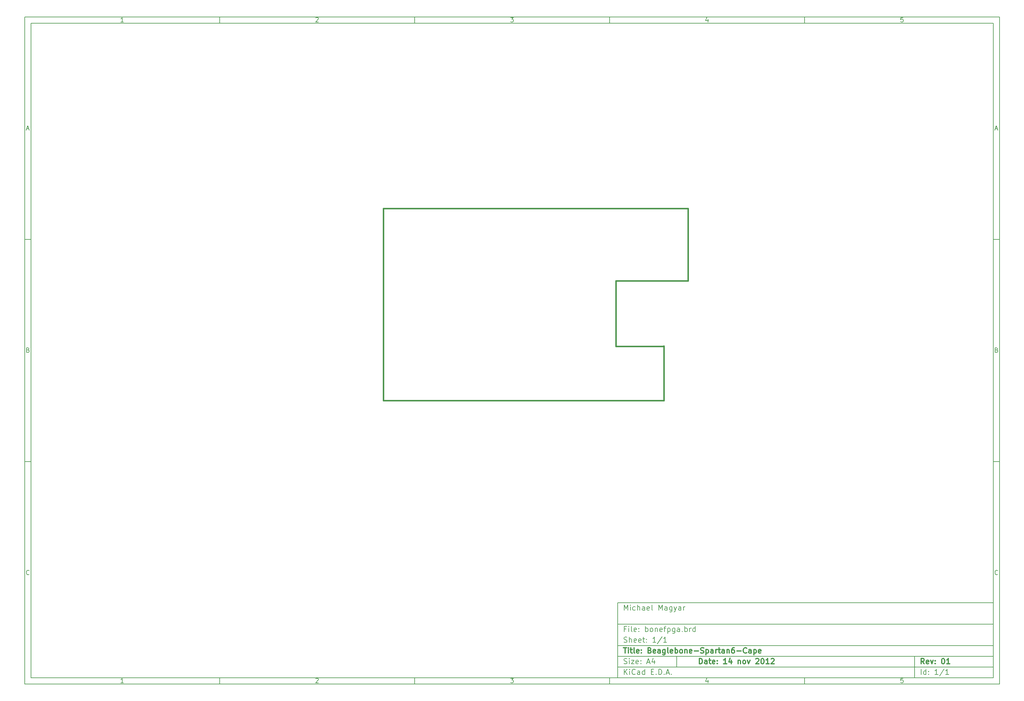
<source format=gbr>
G04 (created by PCBNEW-RS274X (2012-jan-04)-stable) date Tue Nov 13 20:46:58 2012*
G01*
G70*
G90*
%MOIN*%
G04 Gerber Fmt 3.4, Leading zero omitted, Abs format*
%FSLAX34Y34*%
G04 APERTURE LIST*
%ADD10C,0.006000*%
%ADD11C,0.012000*%
%ADD12C,0.015000*%
G04 APERTURE END LIST*
G54D10*
X04000Y-04000D02*
X113000Y-04000D01*
X113000Y-78670D01*
X04000Y-78670D01*
X04000Y-04000D01*
X04700Y-04700D02*
X112300Y-04700D01*
X112300Y-77970D01*
X04700Y-77970D01*
X04700Y-04700D01*
X25800Y-04000D02*
X25800Y-04700D01*
X15043Y-04552D02*
X14757Y-04552D01*
X14900Y-04552D02*
X14900Y-04052D01*
X14852Y-04124D01*
X14805Y-04171D01*
X14757Y-04195D01*
X25800Y-78670D02*
X25800Y-77970D01*
X15043Y-78522D02*
X14757Y-78522D01*
X14900Y-78522D02*
X14900Y-78022D01*
X14852Y-78094D01*
X14805Y-78141D01*
X14757Y-78165D01*
X47600Y-04000D02*
X47600Y-04700D01*
X36557Y-04100D02*
X36581Y-04076D01*
X36629Y-04052D01*
X36748Y-04052D01*
X36795Y-04076D01*
X36819Y-04100D01*
X36843Y-04148D01*
X36843Y-04195D01*
X36819Y-04267D01*
X36533Y-04552D01*
X36843Y-04552D01*
X47600Y-78670D02*
X47600Y-77970D01*
X36557Y-78070D02*
X36581Y-78046D01*
X36629Y-78022D01*
X36748Y-78022D01*
X36795Y-78046D01*
X36819Y-78070D01*
X36843Y-78118D01*
X36843Y-78165D01*
X36819Y-78237D01*
X36533Y-78522D01*
X36843Y-78522D01*
X69400Y-04000D02*
X69400Y-04700D01*
X58333Y-04052D02*
X58643Y-04052D01*
X58476Y-04243D01*
X58548Y-04243D01*
X58595Y-04267D01*
X58619Y-04290D01*
X58643Y-04338D01*
X58643Y-04457D01*
X58619Y-04505D01*
X58595Y-04529D01*
X58548Y-04552D01*
X58405Y-04552D01*
X58357Y-04529D01*
X58333Y-04505D01*
X69400Y-78670D02*
X69400Y-77970D01*
X58333Y-78022D02*
X58643Y-78022D01*
X58476Y-78213D01*
X58548Y-78213D01*
X58595Y-78237D01*
X58619Y-78260D01*
X58643Y-78308D01*
X58643Y-78427D01*
X58619Y-78475D01*
X58595Y-78499D01*
X58548Y-78522D01*
X58405Y-78522D01*
X58357Y-78499D01*
X58333Y-78475D01*
X91200Y-04000D02*
X91200Y-04700D01*
X80395Y-04219D02*
X80395Y-04552D01*
X80276Y-04029D02*
X80157Y-04386D01*
X80467Y-04386D01*
X91200Y-78670D02*
X91200Y-77970D01*
X80395Y-78189D02*
X80395Y-78522D01*
X80276Y-77999D02*
X80157Y-78356D01*
X80467Y-78356D01*
X102219Y-04052D02*
X101981Y-04052D01*
X101957Y-04290D01*
X101981Y-04267D01*
X102029Y-04243D01*
X102148Y-04243D01*
X102195Y-04267D01*
X102219Y-04290D01*
X102243Y-04338D01*
X102243Y-04457D01*
X102219Y-04505D01*
X102195Y-04529D01*
X102148Y-04552D01*
X102029Y-04552D01*
X101981Y-04529D01*
X101957Y-04505D01*
X102219Y-78022D02*
X101981Y-78022D01*
X101957Y-78260D01*
X101981Y-78237D01*
X102029Y-78213D01*
X102148Y-78213D01*
X102195Y-78237D01*
X102219Y-78260D01*
X102243Y-78308D01*
X102243Y-78427D01*
X102219Y-78475D01*
X102195Y-78499D01*
X102148Y-78522D01*
X102029Y-78522D01*
X101981Y-78499D01*
X101957Y-78475D01*
X04000Y-28890D02*
X04700Y-28890D01*
X04231Y-16510D02*
X04469Y-16510D01*
X04184Y-16652D02*
X04350Y-16152D01*
X04517Y-16652D01*
X113000Y-28890D02*
X112300Y-28890D01*
X112531Y-16510D02*
X112769Y-16510D01*
X112484Y-16652D02*
X112650Y-16152D01*
X112817Y-16652D01*
X04000Y-53780D02*
X04700Y-53780D01*
X04386Y-41280D02*
X04457Y-41304D01*
X04481Y-41328D01*
X04505Y-41376D01*
X04505Y-41447D01*
X04481Y-41495D01*
X04457Y-41519D01*
X04410Y-41542D01*
X04219Y-41542D01*
X04219Y-41042D01*
X04386Y-41042D01*
X04433Y-41066D01*
X04457Y-41090D01*
X04481Y-41138D01*
X04481Y-41185D01*
X04457Y-41233D01*
X04433Y-41257D01*
X04386Y-41280D01*
X04219Y-41280D01*
X113000Y-53780D02*
X112300Y-53780D01*
X112686Y-41280D02*
X112757Y-41304D01*
X112781Y-41328D01*
X112805Y-41376D01*
X112805Y-41447D01*
X112781Y-41495D01*
X112757Y-41519D01*
X112710Y-41542D01*
X112519Y-41542D01*
X112519Y-41042D01*
X112686Y-41042D01*
X112733Y-41066D01*
X112757Y-41090D01*
X112781Y-41138D01*
X112781Y-41185D01*
X112757Y-41233D01*
X112733Y-41257D01*
X112686Y-41280D01*
X112519Y-41280D01*
X04505Y-66385D02*
X04481Y-66409D01*
X04410Y-66432D01*
X04362Y-66432D01*
X04290Y-66409D01*
X04243Y-66361D01*
X04219Y-66313D01*
X04195Y-66218D01*
X04195Y-66147D01*
X04219Y-66051D01*
X04243Y-66004D01*
X04290Y-65956D01*
X04362Y-65932D01*
X04410Y-65932D01*
X04481Y-65956D01*
X04505Y-65980D01*
X112805Y-66385D02*
X112781Y-66409D01*
X112710Y-66432D01*
X112662Y-66432D01*
X112590Y-66409D01*
X112543Y-66361D01*
X112519Y-66313D01*
X112495Y-66218D01*
X112495Y-66147D01*
X112519Y-66051D01*
X112543Y-66004D01*
X112590Y-65956D01*
X112662Y-65932D01*
X112710Y-65932D01*
X112781Y-65956D01*
X112805Y-65980D01*
G54D11*
X79443Y-76413D02*
X79443Y-75813D01*
X79586Y-75813D01*
X79671Y-75841D01*
X79729Y-75899D01*
X79757Y-75956D01*
X79786Y-76070D01*
X79786Y-76156D01*
X79757Y-76270D01*
X79729Y-76327D01*
X79671Y-76384D01*
X79586Y-76413D01*
X79443Y-76413D01*
X80300Y-76413D02*
X80300Y-76099D01*
X80271Y-76041D01*
X80214Y-76013D01*
X80100Y-76013D01*
X80043Y-76041D01*
X80300Y-76384D02*
X80243Y-76413D01*
X80100Y-76413D01*
X80043Y-76384D01*
X80014Y-76327D01*
X80014Y-76270D01*
X80043Y-76213D01*
X80100Y-76184D01*
X80243Y-76184D01*
X80300Y-76156D01*
X80500Y-76013D02*
X80729Y-76013D01*
X80586Y-75813D02*
X80586Y-76327D01*
X80614Y-76384D01*
X80672Y-76413D01*
X80729Y-76413D01*
X81157Y-76384D02*
X81100Y-76413D01*
X80986Y-76413D01*
X80929Y-76384D01*
X80900Y-76327D01*
X80900Y-76099D01*
X80929Y-76041D01*
X80986Y-76013D01*
X81100Y-76013D01*
X81157Y-76041D01*
X81186Y-76099D01*
X81186Y-76156D01*
X80900Y-76213D01*
X81443Y-76356D02*
X81471Y-76384D01*
X81443Y-76413D01*
X81414Y-76384D01*
X81443Y-76356D01*
X81443Y-76413D01*
X81443Y-76041D02*
X81471Y-76070D01*
X81443Y-76099D01*
X81414Y-76070D01*
X81443Y-76041D01*
X81443Y-76099D01*
X82500Y-76413D02*
X82157Y-76413D01*
X82329Y-76413D02*
X82329Y-75813D01*
X82272Y-75899D01*
X82214Y-75956D01*
X82157Y-75984D01*
X83014Y-76013D02*
X83014Y-76413D01*
X82871Y-75784D02*
X82728Y-76213D01*
X83100Y-76213D01*
X83785Y-76013D02*
X83785Y-76413D01*
X83785Y-76070D02*
X83813Y-76041D01*
X83871Y-76013D01*
X83956Y-76013D01*
X84013Y-76041D01*
X84042Y-76099D01*
X84042Y-76413D01*
X84414Y-76413D02*
X84356Y-76384D01*
X84328Y-76356D01*
X84299Y-76299D01*
X84299Y-76127D01*
X84328Y-76070D01*
X84356Y-76041D01*
X84414Y-76013D01*
X84499Y-76013D01*
X84556Y-76041D01*
X84585Y-76070D01*
X84614Y-76127D01*
X84614Y-76299D01*
X84585Y-76356D01*
X84556Y-76384D01*
X84499Y-76413D01*
X84414Y-76413D01*
X84814Y-76013D02*
X84957Y-76413D01*
X85099Y-76013D01*
X85756Y-75870D02*
X85785Y-75841D01*
X85842Y-75813D01*
X85985Y-75813D01*
X86042Y-75841D01*
X86071Y-75870D01*
X86099Y-75927D01*
X86099Y-75984D01*
X86071Y-76070D01*
X85728Y-76413D01*
X86099Y-76413D01*
X86470Y-75813D02*
X86527Y-75813D01*
X86584Y-75841D01*
X86613Y-75870D01*
X86642Y-75927D01*
X86670Y-76041D01*
X86670Y-76184D01*
X86642Y-76299D01*
X86613Y-76356D01*
X86584Y-76384D01*
X86527Y-76413D01*
X86470Y-76413D01*
X86413Y-76384D01*
X86384Y-76356D01*
X86356Y-76299D01*
X86327Y-76184D01*
X86327Y-76041D01*
X86356Y-75927D01*
X86384Y-75870D01*
X86413Y-75841D01*
X86470Y-75813D01*
X87241Y-76413D02*
X86898Y-76413D01*
X87070Y-76413D02*
X87070Y-75813D01*
X87013Y-75899D01*
X86955Y-75956D01*
X86898Y-75984D01*
X87469Y-75870D02*
X87498Y-75841D01*
X87555Y-75813D01*
X87698Y-75813D01*
X87755Y-75841D01*
X87784Y-75870D01*
X87812Y-75927D01*
X87812Y-75984D01*
X87784Y-76070D01*
X87441Y-76413D01*
X87812Y-76413D01*
G54D10*
X71043Y-77613D02*
X71043Y-77013D01*
X71386Y-77613D02*
X71129Y-77270D01*
X71386Y-77013D02*
X71043Y-77356D01*
X71643Y-77613D02*
X71643Y-77213D01*
X71643Y-77013D02*
X71614Y-77041D01*
X71643Y-77070D01*
X71671Y-77041D01*
X71643Y-77013D01*
X71643Y-77070D01*
X72272Y-77556D02*
X72243Y-77584D01*
X72157Y-77613D01*
X72100Y-77613D01*
X72015Y-77584D01*
X71957Y-77527D01*
X71929Y-77470D01*
X71900Y-77356D01*
X71900Y-77270D01*
X71929Y-77156D01*
X71957Y-77099D01*
X72015Y-77041D01*
X72100Y-77013D01*
X72157Y-77013D01*
X72243Y-77041D01*
X72272Y-77070D01*
X72786Y-77613D02*
X72786Y-77299D01*
X72757Y-77241D01*
X72700Y-77213D01*
X72586Y-77213D01*
X72529Y-77241D01*
X72786Y-77584D02*
X72729Y-77613D01*
X72586Y-77613D01*
X72529Y-77584D01*
X72500Y-77527D01*
X72500Y-77470D01*
X72529Y-77413D01*
X72586Y-77384D01*
X72729Y-77384D01*
X72786Y-77356D01*
X73329Y-77613D02*
X73329Y-77013D01*
X73329Y-77584D02*
X73272Y-77613D01*
X73158Y-77613D01*
X73100Y-77584D01*
X73072Y-77556D01*
X73043Y-77499D01*
X73043Y-77327D01*
X73072Y-77270D01*
X73100Y-77241D01*
X73158Y-77213D01*
X73272Y-77213D01*
X73329Y-77241D01*
X74072Y-77299D02*
X74272Y-77299D01*
X74358Y-77613D02*
X74072Y-77613D01*
X74072Y-77013D01*
X74358Y-77013D01*
X74615Y-77556D02*
X74643Y-77584D01*
X74615Y-77613D01*
X74586Y-77584D01*
X74615Y-77556D01*
X74615Y-77613D01*
X74901Y-77613D02*
X74901Y-77013D01*
X75044Y-77013D01*
X75129Y-77041D01*
X75187Y-77099D01*
X75215Y-77156D01*
X75244Y-77270D01*
X75244Y-77356D01*
X75215Y-77470D01*
X75187Y-77527D01*
X75129Y-77584D01*
X75044Y-77613D01*
X74901Y-77613D01*
X75501Y-77556D02*
X75529Y-77584D01*
X75501Y-77613D01*
X75472Y-77584D01*
X75501Y-77556D01*
X75501Y-77613D01*
X75758Y-77441D02*
X76044Y-77441D01*
X75701Y-77613D02*
X75901Y-77013D01*
X76101Y-77613D01*
X76301Y-77556D02*
X76329Y-77584D01*
X76301Y-77613D01*
X76272Y-77584D01*
X76301Y-77556D01*
X76301Y-77613D01*
G54D11*
X104586Y-76413D02*
X104386Y-76127D01*
X104243Y-76413D02*
X104243Y-75813D01*
X104471Y-75813D01*
X104529Y-75841D01*
X104557Y-75870D01*
X104586Y-75927D01*
X104586Y-76013D01*
X104557Y-76070D01*
X104529Y-76099D01*
X104471Y-76127D01*
X104243Y-76127D01*
X105071Y-76384D02*
X105014Y-76413D01*
X104900Y-76413D01*
X104843Y-76384D01*
X104814Y-76327D01*
X104814Y-76099D01*
X104843Y-76041D01*
X104900Y-76013D01*
X105014Y-76013D01*
X105071Y-76041D01*
X105100Y-76099D01*
X105100Y-76156D01*
X104814Y-76213D01*
X105300Y-76013D02*
X105443Y-76413D01*
X105585Y-76013D01*
X105814Y-76356D02*
X105842Y-76384D01*
X105814Y-76413D01*
X105785Y-76384D01*
X105814Y-76356D01*
X105814Y-76413D01*
X105814Y-76041D02*
X105842Y-76070D01*
X105814Y-76099D01*
X105785Y-76070D01*
X105814Y-76041D01*
X105814Y-76099D01*
X106671Y-75813D02*
X106728Y-75813D01*
X106785Y-75841D01*
X106814Y-75870D01*
X106843Y-75927D01*
X106871Y-76041D01*
X106871Y-76184D01*
X106843Y-76299D01*
X106814Y-76356D01*
X106785Y-76384D01*
X106728Y-76413D01*
X106671Y-76413D01*
X106614Y-76384D01*
X106585Y-76356D01*
X106557Y-76299D01*
X106528Y-76184D01*
X106528Y-76041D01*
X106557Y-75927D01*
X106585Y-75870D01*
X106614Y-75841D01*
X106671Y-75813D01*
X107442Y-76413D02*
X107099Y-76413D01*
X107271Y-76413D02*
X107271Y-75813D01*
X107214Y-75899D01*
X107156Y-75956D01*
X107099Y-75984D01*
G54D10*
X71014Y-76384D02*
X71100Y-76413D01*
X71243Y-76413D01*
X71300Y-76384D01*
X71329Y-76356D01*
X71357Y-76299D01*
X71357Y-76241D01*
X71329Y-76184D01*
X71300Y-76156D01*
X71243Y-76127D01*
X71129Y-76099D01*
X71071Y-76070D01*
X71043Y-76041D01*
X71014Y-75984D01*
X71014Y-75927D01*
X71043Y-75870D01*
X71071Y-75841D01*
X71129Y-75813D01*
X71271Y-75813D01*
X71357Y-75841D01*
X71614Y-76413D02*
X71614Y-76013D01*
X71614Y-75813D02*
X71585Y-75841D01*
X71614Y-75870D01*
X71642Y-75841D01*
X71614Y-75813D01*
X71614Y-75870D01*
X71843Y-76013D02*
X72157Y-76013D01*
X71843Y-76413D01*
X72157Y-76413D01*
X72614Y-76384D02*
X72557Y-76413D01*
X72443Y-76413D01*
X72386Y-76384D01*
X72357Y-76327D01*
X72357Y-76099D01*
X72386Y-76041D01*
X72443Y-76013D01*
X72557Y-76013D01*
X72614Y-76041D01*
X72643Y-76099D01*
X72643Y-76156D01*
X72357Y-76213D01*
X72900Y-76356D02*
X72928Y-76384D01*
X72900Y-76413D01*
X72871Y-76384D01*
X72900Y-76356D01*
X72900Y-76413D01*
X72900Y-76041D02*
X72928Y-76070D01*
X72900Y-76099D01*
X72871Y-76070D01*
X72900Y-76041D01*
X72900Y-76099D01*
X73614Y-76241D02*
X73900Y-76241D01*
X73557Y-76413D02*
X73757Y-75813D01*
X73957Y-76413D01*
X74414Y-76013D02*
X74414Y-76413D01*
X74271Y-75784D02*
X74128Y-76213D01*
X74500Y-76213D01*
X104243Y-77613D02*
X104243Y-77013D01*
X104786Y-77613D02*
X104786Y-77013D01*
X104786Y-77584D02*
X104729Y-77613D01*
X104615Y-77613D01*
X104557Y-77584D01*
X104529Y-77556D01*
X104500Y-77499D01*
X104500Y-77327D01*
X104529Y-77270D01*
X104557Y-77241D01*
X104615Y-77213D01*
X104729Y-77213D01*
X104786Y-77241D01*
X105072Y-77556D02*
X105100Y-77584D01*
X105072Y-77613D01*
X105043Y-77584D01*
X105072Y-77556D01*
X105072Y-77613D01*
X105072Y-77241D02*
X105100Y-77270D01*
X105072Y-77299D01*
X105043Y-77270D01*
X105072Y-77241D01*
X105072Y-77299D01*
X106129Y-77613D02*
X105786Y-77613D01*
X105958Y-77613D02*
X105958Y-77013D01*
X105901Y-77099D01*
X105843Y-77156D01*
X105786Y-77184D01*
X106814Y-76984D02*
X106300Y-77756D01*
X107329Y-77613D02*
X106986Y-77613D01*
X107158Y-77613D02*
X107158Y-77013D01*
X107101Y-77099D01*
X107043Y-77156D01*
X106986Y-77184D01*
G54D11*
X70957Y-74613D02*
X71300Y-74613D01*
X71129Y-75213D02*
X71129Y-74613D01*
X71500Y-75213D02*
X71500Y-74813D01*
X71500Y-74613D02*
X71471Y-74641D01*
X71500Y-74670D01*
X71528Y-74641D01*
X71500Y-74613D01*
X71500Y-74670D01*
X71700Y-74813D02*
X71929Y-74813D01*
X71786Y-74613D02*
X71786Y-75127D01*
X71814Y-75184D01*
X71872Y-75213D01*
X71929Y-75213D01*
X72215Y-75213D02*
X72157Y-75184D01*
X72129Y-75127D01*
X72129Y-74613D01*
X72671Y-75184D02*
X72614Y-75213D01*
X72500Y-75213D01*
X72443Y-75184D01*
X72414Y-75127D01*
X72414Y-74899D01*
X72443Y-74841D01*
X72500Y-74813D01*
X72614Y-74813D01*
X72671Y-74841D01*
X72700Y-74899D01*
X72700Y-74956D01*
X72414Y-75013D01*
X72957Y-75156D02*
X72985Y-75184D01*
X72957Y-75213D01*
X72928Y-75184D01*
X72957Y-75156D01*
X72957Y-75213D01*
X72957Y-74841D02*
X72985Y-74870D01*
X72957Y-74899D01*
X72928Y-74870D01*
X72957Y-74841D01*
X72957Y-74899D01*
X73900Y-74899D02*
X73986Y-74927D01*
X74014Y-74956D01*
X74043Y-75013D01*
X74043Y-75099D01*
X74014Y-75156D01*
X73986Y-75184D01*
X73928Y-75213D01*
X73700Y-75213D01*
X73700Y-74613D01*
X73900Y-74613D01*
X73957Y-74641D01*
X73986Y-74670D01*
X74014Y-74727D01*
X74014Y-74784D01*
X73986Y-74841D01*
X73957Y-74870D01*
X73900Y-74899D01*
X73700Y-74899D01*
X74528Y-75184D02*
X74471Y-75213D01*
X74357Y-75213D01*
X74300Y-75184D01*
X74271Y-75127D01*
X74271Y-74899D01*
X74300Y-74841D01*
X74357Y-74813D01*
X74471Y-74813D01*
X74528Y-74841D01*
X74557Y-74899D01*
X74557Y-74956D01*
X74271Y-75013D01*
X75071Y-75213D02*
X75071Y-74899D01*
X75042Y-74841D01*
X74985Y-74813D01*
X74871Y-74813D01*
X74814Y-74841D01*
X75071Y-75184D02*
X75014Y-75213D01*
X74871Y-75213D01*
X74814Y-75184D01*
X74785Y-75127D01*
X74785Y-75070D01*
X74814Y-75013D01*
X74871Y-74984D01*
X75014Y-74984D01*
X75071Y-74956D01*
X75614Y-74813D02*
X75614Y-75299D01*
X75585Y-75356D01*
X75557Y-75384D01*
X75500Y-75413D01*
X75414Y-75413D01*
X75357Y-75384D01*
X75614Y-75184D02*
X75557Y-75213D01*
X75443Y-75213D01*
X75385Y-75184D01*
X75357Y-75156D01*
X75328Y-75099D01*
X75328Y-74927D01*
X75357Y-74870D01*
X75385Y-74841D01*
X75443Y-74813D01*
X75557Y-74813D01*
X75614Y-74841D01*
X75986Y-75213D02*
X75928Y-75184D01*
X75900Y-75127D01*
X75900Y-74613D01*
X76442Y-75184D02*
X76385Y-75213D01*
X76271Y-75213D01*
X76214Y-75184D01*
X76185Y-75127D01*
X76185Y-74899D01*
X76214Y-74841D01*
X76271Y-74813D01*
X76385Y-74813D01*
X76442Y-74841D01*
X76471Y-74899D01*
X76471Y-74956D01*
X76185Y-75013D01*
X76728Y-75213D02*
X76728Y-74613D01*
X76728Y-74841D02*
X76785Y-74813D01*
X76899Y-74813D01*
X76956Y-74841D01*
X76985Y-74870D01*
X77014Y-74927D01*
X77014Y-75099D01*
X76985Y-75156D01*
X76956Y-75184D01*
X76899Y-75213D01*
X76785Y-75213D01*
X76728Y-75184D01*
X77357Y-75213D02*
X77299Y-75184D01*
X77271Y-75156D01*
X77242Y-75099D01*
X77242Y-74927D01*
X77271Y-74870D01*
X77299Y-74841D01*
X77357Y-74813D01*
X77442Y-74813D01*
X77499Y-74841D01*
X77528Y-74870D01*
X77557Y-74927D01*
X77557Y-75099D01*
X77528Y-75156D01*
X77499Y-75184D01*
X77442Y-75213D01*
X77357Y-75213D01*
X77814Y-74813D02*
X77814Y-75213D01*
X77814Y-74870D02*
X77842Y-74841D01*
X77900Y-74813D01*
X77985Y-74813D01*
X78042Y-74841D01*
X78071Y-74899D01*
X78071Y-75213D01*
X78585Y-75184D02*
X78528Y-75213D01*
X78414Y-75213D01*
X78357Y-75184D01*
X78328Y-75127D01*
X78328Y-74899D01*
X78357Y-74841D01*
X78414Y-74813D01*
X78528Y-74813D01*
X78585Y-74841D01*
X78614Y-74899D01*
X78614Y-74956D01*
X78328Y-75013D01*
X78871Y-74984D02*
X79328Y-74984D01*
X79585Y-75184D02*
X79671Y-75213D01*
X79814Y-75213D01*
X79871Y-75184D01*
X79900Y-75156D01*
X79928Y-75099D01*
X79928Y-75041D01*
X79900Y-74984D01*
X79871Y-74956D01*
X79814Y-74927D01*
X79700Y-74899D01*
X79642Y-74870D01*
X79614Y-74841D01*
X79585Y-74784D01*
X79585Y-74727D01*
X79614Y-74670D01*
X79642Y-74641D01*
X79700Y-74613D01*
X79842Y-74613D01*
X79928Y-74641D01*
X80185Y-74813D02*
X80185Y-75413D01*
X80185Y-74841D02*
X80242Y-74813D01*
X80356Y-74813D01*
X80413Y-74841D01*
X80442Y-74870D01*
X80471Y-74927D01*
X80471Y-75099D01*
X80442Y-75156D01*
X80413Y-75184D01*
X80356Y-75213D01*
X80242Y-75213D01*
X80185Y-75184D01*
X80985Y-75213D02*
X80985Y-74899D01*
X80956Y-74841D01*
X80899Y-74813D01*
X80785Y-74813D01*
X80728Y-74841D01*
X80985Y-75184D02*
X80928Y-75213D01*
X80785Y-75213D01*
X80728Y-75184D01*
X80699Y-75127D01*
X80699Y-75070D01*
X80728Y-75013D01*
X80785Y-74984D01*
X80928Y-74984D01*
X80985Y-74956D01*
X81271Y-75213D02*
X81271Y-74813D01*
X81271Y-74927D02*
X81299Y-74870D01*
X81328Y-74841D01*
X81385Y-74813D01*
X81442Y-74813D01*
X81556Y-74813D02*
X81785Y-74813D01*
X81642Y-74613D02*
X81642Y-75127D01*
X81670Y-75184D01*
X81728Y-75213D01*
X81785Y-75213D01*
X82242Y-75213D02*
X82242Y-74899D01*
X82213Y-74841D01*
X82156Y-74813D01*
X82042Y-74813D01*
X81985Y-74841D01*
X82242Y-75184D02*
X82185Y-75213D01*
X82042Y-75213D01*
X81985Y-75184D01*
X81956Y-75127D01*
X81956Y-75070D01*
X81985Y-75013D01*
X82042Y-74984D01*
X82185Y-74984D01*
X82242Y-74956D01*
X82528Y-74813D02*
X82528Y-75213D01*
X82528Y-74870D02*
X82556Y-74841D01*
X82614Y-74813D01*
X82699Y-74813D01*
X82756Y-74841D01*
X82785Y-74899D01*
X82785Y-75213D01*
X83328Y-74613D02*
X83214Y-74613D01*
X83157Y-74641D01*
X83128Y-74670D01*
X83071Y-74756D01*
X83042Y-74870D01*
X83042Y-75099D01*
X83071Y-75156D01*
X83099Y-75184D01*
X83157Y-75213D01*
X83271Y-75213D01*
X83328Y-75184D01*
X83357Y-75156D01*
X83385Y-75099D01*
X83385Y-74956D01*
X83357Y-74899D01*
X83328Y-74870D01*
X83271Y-74841D01*
X83157Y-74841D01*
X83099Y-74870D01*
X83071Y-74899D01*
X83042Y-74956D01*
X83642Y-74984D02*
X84099Y-74984D01*
X84728Y-75156D02*
X84699Y-75184D01*
X84613Y-75213D01*
X84556Y-75213D01*
X84471Y-75184D01*
X84413Y-75127D01*
X84385Y-75070D01*
X84356Y-74956D01*
X84356Y-74870D01*
X84385Y-74756D01*
X84413Y-74699D01*
X84471Y-74641D01*
X84556Y-74613D01*
X84613Y-74613D01*
X84699Y-74641D01*
X84728Y-74670D01*
X85242Y-75213D02*
X85242Y-74899D01*
X85213Y-74841D01*
X85156Y-74813D01*
X85042Y-74813D01*
X84985Y-74841D01*
X85242Y-75184D02*
X85185Y-75213D01*
X85042Y-75213D01*
X84985Y-75184D01*
X84956Y-75127D01*
X84956Y-75070D01*
X84985Y-75013D01*
X85042Y-74984D01*
X85185Y-74984D01*
X85242Y-74956D01*
X85528Y-74813D02*
X85528Y-75413D01*
X85528Y-74841D02*
X85585Y-74813D01*
X85699Y-74813D01*
X85756Y-74841D01*
X85785Y-74870D01*
X85814Y-74927D01*
X85814Y-75099D01*
X85785Y-75156D01*
X85756Y-75184D01*
X85699Y-75213D01*
X85585Y-75213D01*
X85528Y-75184D01*
X86299Y-75184D02*
X86242Y-75213D01*
X86128Y-75213D01*
X86071Y-75184D01*
X86042Y-75127D01*
X86042Y-74899D01*
X86071Y-74841D01*
X86128Y-74813D01*
X86242Y-74813D01*
X86299Y-74841D01*
X86328Y-74899D01*
X86328Y-74956D01*
X86042Y-75013D01*
G54D10*
X71243Y-72499D02*
X71043Y-72499D01*
X71043Y-72813D02*
X71043Y-72213D01*
X71329Y-72213D01*
X71557Y-72813D02*
X71557Y-72413D01*
X71557Y-72213D02*
X71528Y-72241D01*
X71557Y-72270D01*
X71585Y-72241D01*
X71557Y-72213D01*
X71557Y-72270D01*
X71929Y-72813D02*
X71871Y-72784D01*
X71843Y-72727D01*
X71843Y-72213D01*
X72385Y-72784D02*
X72328Y-72813D01*
X72214Y-72813D01*
X72157Y-72784D01*
X72128Y-72727D01*
X72128Y-72499D01*
X72157Y-72441D01*
X72214Y-72413D01*
X72328Y-72413D01*
X72385Y-72441D01*
X72414Y-72499D01*
X72414Y-72556D01*
X72128Y-72613D01*
X72671Y-72756D02*
X72699Y-72784D01*
X72671Y-72813D01*
X72642Y-72784D01*
X72671Y-72756D01*
X72671Y-72813D01*
X72671Y-72441D02*
X72699Y-72470D01*
X72671Y-72499D01*
X72642Y-72470D01*
X72671Y-72441D01*
X72671Y-72499D01*
X73414Y-72813D02*
X73414Y-72213D01*
X73414Y-72441D02*
X73471Y-72413D01*
X73585Y-72413D01*
X73642Y-72441D01*
X73671Y-72470D01*
X73700Y-72527D01*
X73700Y-72699D01*
X73671Y-72756D01*
X73642Y-72784D01*
X73585Y-72813D01*
X73471Y-72813D01*
X73414Y-72784D01*
X74043Y-72813D02*
X73985Y-72784D01*
X73957Y-72756D01*
X73928Y-72699D01*
X73928Y-72527D01*
X73957Y-72470D01*
X73985Y-72441D01*
X74043Y-72413D01*
X74128Y-72413D01*
X74185Y-72441D01*
X74214Y-72470D01*
X74243Y-72527D01*
X74243Y-72699D01*
X74214Y-72756D01*
X74185Y-72784D01*
X74128Y-72813D01*
X74043Y-72813D01*
X74500Y-72413D02*
X74500Y-72813D01*
X74500Y-72470D02*
X74528Y-72441D01*
X74586Y-72413D01*
X74671Y-72413D01*
X74728Y-72441D01*
X74757Y-72499D01*
X74757Y-72813D01*
X75271Y-72784D02*
X75214Y-72813D01*
X75100Y-72813D01*
X75043Y-72784D01*
X75014Y-72727D01*
X75014Y-72499D01*
X75043Y-72441D01*
X75100Y-72413D01*
X75214Y-72413D01*
X75271Y-72441D01*
X75300Y-72499D01*
X75300Y-72556D01*
X75014Y-72613D01*
X75471Y-72413D02*
X75700Y-72413D01*
X75557Y-72813D02*
X75557Y-72299D01*
X75585Y-72241D01*
X75643Y-72213D01*
X75700Y-72213D01*
X75900Y-72413D02*
X75900Y-73013D01*
X75900Y-72441D02*
X75957Y-72413D01*
X76071Y-72413D01*
X76128Y-72441D01*
X76157Y-72470D01*
X76186Y-72527D01*
X76186Y-72699D01*
X76157Y-72756D01*
X76128Y-72784D01*
X76071Y-72813D01*
X75957Y-72813D01*
X75900Y-72784D01*
X76700Y-72413D02*
X76700Y-72899D01*
X76671Y-72956D01*
X76643Y-72984D01*
X76586Y-73013D01*
X76500Y-73013D01*
X76443Y-72984D01*
X76700Y-72784D02*
X76643Y-72813D01*
X76529Y-72813D01*
X76471Y-72784D01*
X76443Y-72756D01*
X76414Y-72699D01*
X76414Y-72527D01*
X76443Y-72470D01*
X76471Y-72441D01*
X76529Y-72413D01*
X76643Y-72413D01*
X76700Y-72441D01*
X77243Y-72813D02*
X77243Y-72499D01*
X77214Y-72441D01*
X77157Y-72413D01*
X77043Y-72413D01*
X76986Y-72441D01*
X77243Y-72784D02*
X77186Y-72813D01*
X77043Y-72813D01*
X76986Y-72784D01*
X76957Y-72727D01*
X76957Y-72670D01*
X76986Y-72613D01*
X77043Y-72584D01*
X77186Y-72584D01*
X77243Y-72556D01*
X77529Y-72756D02*
X77557Y-72784D01*
X77529Y-72813D01*
X77500Y-72784D01*
X77529Y-72756D01*
X77529Y-72813D01*
X77815Y-72813D02*
X77815Y-72213D01*
X77815Y-72441D02*
X77872Y-72413D01*
X77986Y-72413D01*
X78043Y-72441D01*
X78072Y-72470D01*
X78101Y-72527D01*
X78101Y-72699D01*
X78072Y-72756D01*
X78043Y-72784D01*
X77986Y-72813D01*
X77872Y-72813D01*
X77815Y-72784D01*
X78358Y-72813D02*
X78358Y-72413D01*
X78358Y-72527D02*
X78386Y-72470D01*
X78415Y-72441D01*
X78472Y-72413D01*
X78529Y-72413D01*
X78986Y-72813D02*
X78986Y-72213D01*
X78986Y-72784D02*
X78929Y-72813D01*
X78815Y-72813D01*
X78757Y-72784D01*
X78729Y-72756D01*
X78700Y-72699D01*
X78700Y-72527D01*
X78729Y-72470D01*
X78757Y-72441D01*
X78815Y-72413D01*
X78929Y-72413D01*
X78986Y-72441D01*
X71014Y-73984D02*
X71100Y-74013D01*
X71243Y-74013D01*
X71300Y-73984D01*
X71329Y-73956D01*
X71357Y-73899D01*
X71357Y-73841D01*
X71329Y-73784D01*
X71300Y-73756D01*
X71243Y-73727D01*
X71129Y-73699D01*
X71071Y-73670D01*
X71043Y-73641D01*
X71014Y-73584D01*
X71014Y-73527D01*
X71043Y-73470D01*
X71071Y-73441D01*
X71129Y-73413D01*
X71271Y-73413D01*
X71357Y-73441D01*
X71614Y-74013D02*
X71614Y-73413D01*
X71871Y-74013D02*
X71871Y-73699D01*
X71842Y-73641D01*
X71785Y-73613D01*
X71700Y-73613D01*
X71642Y-73641D01*
X71614Y-73670D01*
X72385Y-73984D02*
X72328Y-74013D01*
X72214Y-74013D01*
X72157Y-73984D01*
X72128Y-73927D01*
X72128Y-73699D01*
X72157Y-73641D01*
X72214Y-73613D01*
X72328Y-73613D01*
X72385Y-73641D01*
X72414Y-73699D01*
X72414Y-73756D01*
X72128Y-73813D01*
X72899Y-73984D02*
X72842Y-74013D01*
X72728Y-74013D01*
X72671Y-73984D01*
X72642Y-73927D01*
X72642Y-73699D01*
X72671Y-73641D01*
X72728Y-73613D01*
X72842Y-73613D01*
X72899Y-73641D01*
X72928Y-73699D01*
X72928Y-73756D01*
X72642Y-73813D01*
X73099Y-73613D02*
X73328Y-73613D01*
X73185Y-73413D02*
X73185Y-73927D01*
X73213Y-73984D01*
X73271Y-74013D01*
X73328Y-74013D01*
X73528Y-73956D02*
X73556Y-73984D01*
X73528Y-74013D01*
X73499Y-73984D01*
X73528Y-73956D01*
X73528Y-74013D01*
X73528Y-73641D02*
X73556Y-73670D01*
X73528Y-73699D01*
X73499Y-73670D01*
X73528Y-73641D01*
X73528Y-73699D01*
X74585Y-74013D02*
X74242Y-74013D01*
X74414Y-74013D02*
X74414Y-73413D01*
X74357Y-73499D01*
X74299Y-73556D01*
X74242Y-73584D01*
X75270Y-73384D02*
X74756Y-74156D01*
X75785Y-74013D02*
X75442Y-74013D01*
X75614Y-74013D02*
X75614Y-73413D01*
X75557Y-73499D01*
X75499Y-73556D01*
X75442Y-73584D01*
X71043Y-70413D02*
X71043Y-69813D01*
X71243Y-70241D01*
X71443Y-69813D01*
X71443Y-70413D01*
X71729Y-70413D02*
X71729Y-70013D01*
X71729Y-69813D02*
X71700Y-69841D01*
X71729Y-69870D01*
X71757Y-69841D01*
X71729Y-69813D01*
X71729Y-69870D01*
X72272Y-70384D02*
X72215Y-70413D01*
X72101Y-70413D01*
X72043Y-70384D01*
X72015Y-70356D01*
X71986Y-70299D01*
X71986Y-70127D01*
X72015Y-70070D01*
X72043Y-70041D01*
X72101Y-70013D01*
X72215Y-70013D01*
X72272Y-70041D01*
X72529Y-70413D02*
X72529Y-69813D01*
X72786Y-70413D02*
X72786Y-70099D01*
X72757Y-70041D01*
X72700Y-70013D01*
X72615Y-70013D01*
X72557Y-70041D01*
X72529Y-70070D01*
X73329Y-70413D02*
X73329Y-70099D01*
X73300Y-70041D01*
X73243Y-70013D01*
X73129Y-70013D01*
X73072Y-70041D01*
X73329Y-70384D02*
X73272Y-70413D01*
X73129Y-70413D01*
X73072Y-70384D01*
X73043Y-70327D01*
X73043Y-70270D01*
X73072Y-70213D01*
X73129Y-70184D01*
X73272Y-70184D01*
X73329Y-70156D01*
X73843Y-70384D02*
X73786Y-70413D01*
X73672Y-70413D01*
X73615Y-70384D01*
X73586Y-70327D01*
X73586Y-70099D01*
X73615Y-70041D01*
X73672Y-70013D01*
X73786Y-70013D01*
X73843Y-70041D01*
X73872Y-70099D01*
X73872Y-70156D01*
X73586Y-70213D01*
X74215Y-70413D02*
X74157Y-70384D01*
X74129Y-70327D01*
X74129Y-69813D01*
X74900Y-70413D02*
X74900Y-69813D01*
X75100Y-70241D01*
X75300Y-69813D01*
X75300Y-70413D01*
X75843Y-70413D02*
X75843Y-70099D01*
X75814Y-70041D01*
X75757Y-70013D01*
X75643Y-70013D01*
X75586Y-70041D01*
X75843Y-70384D02*
X75786Y-70413D01*
X75643Y-70413D01*
X75586Y-70384D01*
X75557Y-70327D01*
X75557Y-70270D01*
X75586Y-70213D01*
X75643Y-70184D01*
X75786Y-70184D01*
X75843Y-70156D01*
X76386Y-70013D02*
X76386Y-70499D01*
X76357Y-70556D01*
X76329Y-70584D01*
X76272Y-70613D01*
X76186Y-70613D01*
X76129Y-70584D01*
X76386Y-70384D02*
X76329Y-70413D01*
X76215Y-70413D01*
X76157Y-70384D01*
X76129Y-70356D01*
X76100Y-70299D01*
X76100Y-70127D01*
X76129Y-70070D01*
X76157Y-70041D01*
X76215Y-70013D01*
X76329Y-70013D01*
X76386Y-70041D01*
X76615Y-70013D02*
X76758Y-70413D01*
X76900Y-70013D02*
X76758Y-70413D01*
X76700Y-70556D01*
X76672Y-70584D01*
X76615Y-70613D01*
X77386Y-70413D02*
X77386Y-70099D01*
X77357Y-70041D01*
X77300Y-70013D01*
X77186Y-70013D01*
X77129Y-70041D01*
X77386Y-70384D02*
X77329Y-70413D01*
X77186Y-70413D01*
X77129Y-70384D01*
X77100Y-70327D01*
X77100Y-70270D01*
X77129Y-70213D01*
X77186Y-70184D01*
X77329Y-70184D01*
X77386Y-70156D01*
X77672Y-70413D02*
X77672Y-70013D01*
X77672Y-70127D02*
X77700Y-70070D01*
X77729Y-70041D01*
X77786Y-70013D01*
X77843Y-70013D01*
X70300Y-69570D02*
X70300Y-77970D01*
X70300Y-71970D02*
X112300Y-71970D01*
X70300Y-69570D02*
X112300Y-69570D01*
X70300Y-74370D02*
X112300Y-74370D01*
X103500Y-75570D02*
X103500Y-77970D01*
X70300Y-76770D02*
X112300Y-76770D01*
X70300Y-75570D02*
X112300Y-75570D01*
X76900Y-75570D02*
X76900Y-76770D01*
G54D12*
X75449Y-40870D02*
X75429Y-40850D01*
X70118Y-40870D02*
X75449Y-40870D01*
X70118Y-33551D02*
X70118Y-40870D01*
X78189Y-33551D02*
X70118Y-33551D01*
X78189Y-25449D02*
X78189Y-33551D01*
X44118Y-25449D02*
X78189Y-25449D01*
X44118Y-46949D02*
X44118Y-25449D01*
X75469Y-46949D02*
X44118Y-46949D01*
X75469Y-40839D02*
X75469Y-46949D01*
M02*

</source>
